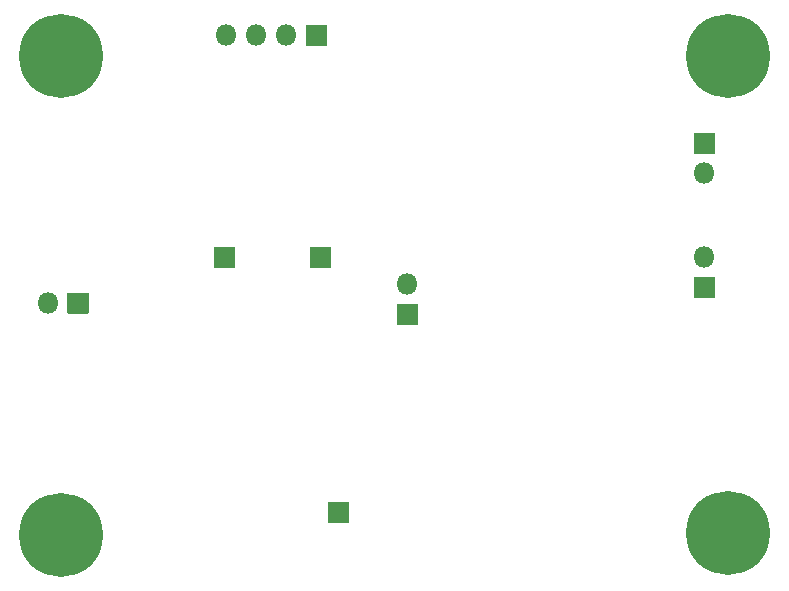
<source format=gbr>
%TF.GenerationSoftware,KiCad,Pcbnew,(5.1.9)-1*%
%TF.CreationDate,2021-07-10T10:04:42-04:00*%
%TF.ProjectId,detector_circuit_alt_LTC6254,64657465-6374-46f7-925f-636972637569,rev?*%
%TF.SameCoordinates,Original*%
%TF.FileFunction,Soldermask,Bot*%
%TF.FilePolarity,Negative*%
%FSLAX46Y46*%
G04 Gerber Fmt 4.6, Leading zero omitted, Abs format (unit mm)*
G04 Created by KiCad (PCBNEW (5.1.9)-1) date 2021-07-10 10:04:42*
%MOMM*%
%LPD*%
G01*
G04 APERTURE LIST*
%ADD10C,7.101600*%
%ADD11O,1.801600X1.801600*%
G04 APERTURE END LIST*
D10*
%TO.C,REF\u002A\u002A*%
X90170000Y-100457000D03*
%TD*%
%TO.C,REF\u002A\u002A*%
X146685000Y-100457000D03*
%TD*%
%TO.C,REF\u002A\u002A*%
X146685000Y-140843000D03*
%TD*%
%TO.C,TP2*%
G36*
G01*
X103112200Y-118325000D02*
X103112200Y-116625000D01*
G75*
G02*
X103163000Y-116574200I50800J0D01*
G01*
X104863000Y-116574200D01*
G75*
G02*
X104913800Y-116625000I0J-50800D01*
G01*
X104913800Y-118325000D01*
G75*
G02*
X104863000Y-118375800I-50800J0D01*
G01*
X103163000Y-118375800D01*
G75*
G02*
X103112200Y-118325000I0J50800D01*
G01*
G37*
%TD*%
%TO.C,TP15*%
G36*
G01*
X112764200Y-139915000D02*
X112764200Y-138215000D01*
G75*
G02*
X112815000Y-138164200I50800J0D01*
G01*
X114515000Y-138164200D01*
G75*
G02*
X114565800Y-138215000I0J-50800D01*
G01*
X114565800Y-139915000D01*
G75*
G02*
X114515000Y-139965800I-50800J0D01*
G01*
X112815000Y-139965800D01*
G75*
G02*
X112764200Y-139915000I0J50800D01*
G01*
G37*
%TD*%
D11*
%TO.C,JP1*%
X119507000Y-119761000D03*
G36*
G01*
X120407800Y-121451000D02*
X120407800Y-123151000D01*
G75*
G02*
X120357000Y-123201800I-50800J0D01*
G01*
X118657000Y-123201800D01*
G75*
G02*
X118606200Y-123151000I0J50800D01*
G01*
X118606200Y-121451000D01*
G75*
G02*
X118657000Y-121400200I50800J0D01*
G01*
X120357000Y-121400200D01*
G75*
G02*
X120407800Y-121451000I0J-50800D01*
G01*
G37*
%TD*%
%TO.C,TP1*%
G36*
G01*
X111291000Y-116574200D02*
X112991000Y-116574200D01*
G75*
G02*
X113041800Y-116625000I0J-50800D01*
G01*
X113041800Y-118325000D01*
G75*
G02*
X112991000Y-118375800I-50800J0D01*
G01*
X111291000Y-118375800D01*
G75*
G02*
X111240200Y-118325000I0J50800D01*
G01*
X111240200Y-116625000D01*
G75*
G02*
X111291000Y-116574200I50800J0D01*
G01*
G37*
%TD*%
%TO.C,JP5*%
X89090500Y-121348500D03*
G36*
G01*
X90780500Y-120447700D02*
X92480500Y-120447700D01*
G75*
G02*
X92531300Y-120498500I0J-50800D01*
G01*
X92531300Y-122198500D01*
G75*
G02*
X92480500Y-122249300I-50800J0D01*
G01*
X90780500Y-122249300D01*
G75*
G02*
X90729700Y-122198500I0J50800D01*
G01*
X90729700Y-120498500D01*
G75*
G02*
X90780500Y-120447700I50800J0D01*
G01*
G37*
%TD*%
%TO.C,J3*%
X104203500Y-98679000D03*
X106743500Y-98679000D03*
X109283500Y-98679000D03*
G36*
G01*
X110973500Y-97778200D02*
X112673500Y-97778200D01*
G75*
G02*
X112724300Y-97829000I0J-50800D01*
G01*
X112724300Y-99529000D01*
G75*
G02*
X112673500Y-99579800I-50800J0D01*
G01*
X110973500Y-99579800D01*
G75*
G02*
X110922700Y-99529000I0J50800D01*
G01*
X110922700Y-97829000D01*
G75*
G02*
X110973500Y-97778200I50800J0D01*
G01*
G37*
%TD*%
%TO.C,J2*%
X144653000Y-117475000D03*
G36*
G01*
X145553800Y-119165000D02*
X145553800Y-120865000D01*
G75*
G02*
X145503000Y-120915800I-50800J0D01*
G01*
X143803000Y-120915800D01*
G75*
G02*
X143752200Y-120865000I0J50800D01*
G01*
X143752200Y-119165000D01*
G75*
G02*
X143803000Y-119114200I50800J0D01*
G01*
X145503000Y-119114200D01*
G75*
G02*
X145553800Y-119165000I0J-50800D01*
G01*
G37*
%TD*%
%TO.C,J1*%
X144653000Y-110363000D03*
G36*
G01*
X143752200Y-108673000D02*
X143752200Y-106973000D01*
G75*
G02*
X143803000Y-106922200I50800J0D01*
G01*
X145503000Y-106922200D01*
G75*
G02*
X145553800Y-106973000I0J-50800D01*
G01*
X145553800Y-108673000D01*
G75*
G02*
X145503000Y-108723800I-50800J0D01*
G01*
X143803000Y-108723800D01*
G75*
G02*
X143752200Y-108673000I0J50800D01*
G01*
G37*
%TD*%
D10*
%TO.C,REF\u002A\u002A*%
X90170000Y-140970000D03*
%TD*%
M02*

</source>
